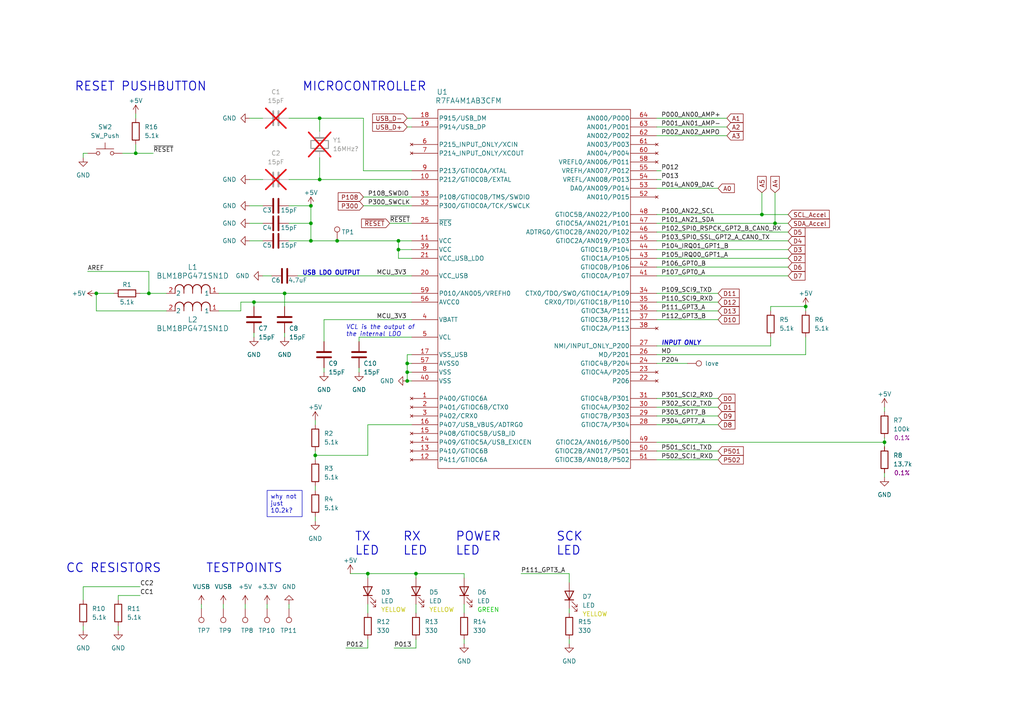
<source format=kicad_sch>
(kicad_sch (version 20230121) (generator eeschema)
  (paper "A4")
  (lib_symbols
    (symbol "BLM18PG471SN1D:BLM18PG471SN1D" (pin_names (offset 0.254))
      (property "Reference" "L" (at 6.985 5.08 0))
      (property "Value" "BLM18PG471SN1D" (at 6.985 -2.54 0))
      (symbol "BLM18PG471SN1D_1_1"
        (polyline (pts (xy 2.54 0) (xy 2.54 1.27)) (stroke (width 0.2032)))
        (polyline (pts (xy 5.08 0) (xy 5.08 1.27)) (stroke (width 0.2032)))
        (polyline (pts (xy 7.62 0) (xy 7.62 1.27)) (stroke (width 0.2032)))
        (polyline (pts (xy 10.16 0) (xy 10.16 1.27)) (stroke (width 0.2032)))
        (polyline (pts (xy 12.7 0) (xy 12.7 1.27)) (stroke (width 0.2032)))
        (arc (start 5.08 1.27) (mid 3.81 2.5345) (end 2.54 1.27) (stroke (width 0.254)))
        (arc (start 7.62 1.27) (mid 6.35 2.5345) (end 5.08 1.27) (stroke (width 0.254)))
        (arc (start 10.16 1.27) (mid 8.89 2.5345) (end 7.62 1.27) (stroke (width 0.254)))
        (arc (start 12.7 1.27) (mid 11.43 2.5345) (end 10.16 1.27) (stroke (width 0.254)))
        (pin unspecified line (at 15.24 0 180) (length 2.54) (name "1") (number "1"))
        (pin unspecified line (at 0 0 0) (length 2.54) (name "2") (number "2"))
      )
      (symbol "BLM18PG471SN1D_1_2"
        (arc (start -1.27 5.08) (mid -2.5345 3.81) (end -1.27 2.54) (stroke (width 0.254)))
        (arc (start -1.27 7.62) (mid -2.5345 6.35) (end -1.27 5.08) (stroke (width 0.254)))
        (arc (start -1.27 10.16) (mid -2.5345 8.89) (end -1.27 7.62) (stroke (width 0.254)))
        (arc (start -1.27 12.7) (mid -2.5345 11.43) (end -1.27 10.16) (stroke (width 0.254)))
        (polyline (pts (xy 0 2.54) (xy -1.27 2.54)) (stroke (width 0.2032)))
        (polyline (pts (xy 0 5.08) (xy -1.27 5.08)) (stroke (width 0.2032)))
        (polyline (pts (xy 0 7.62) (xy -1.27 7.62)) (stroke (width 0.2032)))
        (polyline (pts (xy 0 10.16) (xy -1.27 10.16)) (stroke (width 0.2032)))
        (polyline (pts (xy 0 12.7) (xy -1.27 12.7)) (stroke (width 0.2032)))
        (pin unspecified line (at 0 15.24 270) (length 2.54) (name "1") (number "1"))
        (pin unspecified line (at 0 0 90) (length 2.54) (name "2") (number "2"))
      )
    )
    (symbol "Connector:TestPoint" (pin_numbers hide) (pin_names (offset 0.762) hide)
      (property "Reference" "TP" (at 0 6.858 0))
      (property "Value" "TestPoint" (at 0 5.08 0))
      (symbol "TestPoint_0_1"
        (circle (center 0 3.302) (radius 0.762))
      )
      (symbol "TestPoint_1_1"
        (pin passive line (at 0 0 90) (length 2.54) (name "1") (number "1"))
      )
    )
    (symbol "Device:C" (pin_numbers hide) (pin_names (offset 0.254))
      (property "Reference" "C" (at 0.635 2.54 0))
      (property "Value" "C" (at 0.635 -2.54 0))
      (symbol "C_0_1"
        (polyline (pts (xy -2.032 -0.762) (xy 2.032 -0.762)) (stroke (width 0.508)))
        (polyline (pts (xy -2.032 0.762) (xy 2.032 0.762)) (stroke (width 0.508)))
      )
      (symbol "C_1_1"
        (pin passive line (at 0 3.81 270) (length 2.794) (name "~") (number "1"))
        (pin passive line (at 0 -3.81 90) (length 2.794) (name "~") (number "2"))
      )
    )
    (symbol "Device:Crystal" (pin_numbers hide) (pin_names (offset 1.016) hide)
      (property "Reference" "Y" (at 0 3.81 0))
      (property "Value" "Crystal" (at 0 -3.81 0))
      (symbol "Crystal_0_1"
        (rectangle (start -1.143 2.54) (end 1.143 -2.54) (stroke (width 0.3048)))
        (polyline (pts (xy -2.54 0) (xy -1.905 0)))
        (polyline (pts (xy -1.905 -1.27) (xy -1.905 1.27)) (stroke (width 0.508)))
        (polyline (pts (xy 1.905 -1.27) (xy 1.905 1.27)) (stroke (width 0.508)))
        (polyline (pts (xy 2.54 0) (xy 1.905 0)))
      )
      (symbol "Crystal_1_1"
        (pin passive line (at -3.81 0 0) (length 1.27) (name "1") (number "1"))
        (pin passive line (at 3.81 0 180) (length 1.27) (name "2") (number "2"))
      )
    )
    (symbol "Device:LED" (pin_numbers hide) (pin_names (offset 1.016) hide)
      (property "Reference" "D" (at 0 2.54 0))
      (property "Value" "LED" (at 0 -2.54 0))
      (symbol "LED_0_1"
        (polyline (pts (xy -1.27 -1.27) (xy -1.27 1.27)) (stroke (width 0.254)))
        (polyline (pts (xy -1.27 0) (xy 1.27 0)))
        (polyline (pts (xy 1.27 -1.27) (xy 1.27 1.27) (xy -1.27 0) (xy 1.27 -1.27)) (stroke (width 0.254)))
        (polyline (pts (xy -3.048 -0.762) (xy -4.572 -2.286) (xy -3.81 -2.286) (xy -4.572 -2.286) (xy -4.572 -1.524)))
        (polyline (pts (xy -1.778 -0.762) (xy -3.302 -2.286) (xy -2.54 -2.286) (xy -3.302 -2.286) (xy -3.302 -1.524)))
      )
      (symbol "LED_1_1"
        (pin passive line (at -3.81 0 0) (length 2.54) (name "K") (number "1"))
        (pin passive line (at 3.81 0 180) (length 2.54) (name "A") (number "2"))
      )
    )
    (symbol "Device:R" (pin_numbers hide) (pin_names (offset 0))
      (property "Reference" "R" (at 2.032 0 90))
      (property "Value" "R" (at 0 0 90))
      (symbol "R_0_1"
        (rectangle (start -1.016 -2.54) (end 1.016 2.54) (stroke (width 0.254)))
      )
      (symbol "R_1_1"
        (pin passive line (at 0 3.81 270) (length 1.27) (name "~") (number "1"))
        (pin passive line (at 0 -3.81 90) (length 1.27) (name "~") (number "2"))
      )
    )
    (symbol "R7FA4M1AB3CFM:R7FA4M1AB3CFM" (pin_names (offset 0.254))
      (property "Reference" "U1" (at -25.4 -17.78 0))
      (property "Value" "R7FA4M1AB3CFM" (at -17.78 -20.32 0))
      (symbol "R7FA4M1AB3CFM_0_0"
        (text_box private "VCL is used as an output in arduino uno r4 schematic, but is listed as INPUT/OUTPUT in renesas datasheet" (at 5.08 -129.54 0) (size 22.86 -20.32) (effects (font (size 1.27 1.27)) (justify left top)))
      )
      (symbol "R7FA4M1AB3CFM_0_1"
        (pin power_in line (at -34.29 -60.96 0) (length 7.62) (name "VCC") (number "11"))
        (pin power_in line (at -34.29 -93.98 0) (length 7.62) (name "VSS_USB") (number "17"))
        (pin bidirectional line (at -34.29 -25.4 0) (length 7.62) (name "P915/USB_DM") (number "18"))
        (pin bidirectional line (at -34.29 -27.94 0) (length 7.62) (name "P914/USB_DP") (number "19"))
        (pin power_in line (at -34.29 -71.12 0) (length 7.62) (name "VCC_USB") (number "20"))
        (pin power_in line (at -34.29 -66.04 0) (length 7.62) (name "VCC_USB_LDO") (number "21"))
        (pin power_in line (at -34.29 -83.82 0) (length 7.62) (name "VBATT") (number "4"))
        (pin power_out line (at -34.29 -88.9 0) (length 7.62) (name "VCL") (number "5"))
        (pin power_in line (at -34.29 -99.06 0) (length 7.62) (name "VSS") (number "8"))
      )
      (symbol "R7FA4M1AB3CFM_1_1"
        (rectangle (start -26.67 -22.86) (end 29.21 -127))
        (pin no_connect line (at -34.29 -106.68 0) (length 7.62) (name "P400/GTIOC6A") (number "1"))
        (pin bidirectional line (at -34.29 -43.18 0) (length 7.62) (name "P212/GTIOC0B/EXTAL") (number "10"))
        (pin no_connect line (at -34.29 -124.46 0) (length 7.62) (name "P411/GTIOC6A") (number "12"))
        (pin no_connect line (at -34.29 -121.92 0) (length 7.62) (name "P410/GTIOC6B") (number "13"))
        (pin no_connect line (at -34.29 -119.38 0) (length 7.62) (name "P409/GTIOC5A/USB_EXICEN") (number "14"))
        (pin no_connect line (at -34.29 -116.84 0) (length 7.62) (name "P408/GTIOC5B/USB_ID") (number "15"))
        (pin bidirectional line (at -34.29 -114.3 0) (length 7.62) (name "P407/USB_VBUS/ADTRG0") (number "16"))
        (pin no_connect line (at -34.29 -109.22 0) (length 7.62) (name "P401/GTIOC6B/CTX0") (number "2"))
        (pin no_connect line (at 36.83 -101.6 180) (length 7.62) (name "P206") (number "22"))
        (pin no_connect line (at 36.83 -99.06 180) (length 7.62) (name "GTIOC4A/P205") (number "23"))
        (pin bidirectional line (at 36.83 -96.52 180) (length 7.62) (name "GTIOC4B/P204") (number "24"))
        (pin input line (at -34.29 -55.88 0) (length 7.62) (name "~{RES}") (number "25"))
        (pin bidirectional line (at 36.83 -93.98 180) (length 7.62) (name "MD/P201") (number "26"))
        (pin input line (at 36.83 -91.44 180) (length 7.62) (name "NMI/INPUT_ONLY_P200") (number "27"))
        (pin bidirectional line (at 36.83 -114.3 180) (length 7.62) (name "GTIOC7A/P304") (number "28"))
        (pin bidirectional line (at 36.83 -111.76 180) (length 7.62) (name "GTIOC7B/P303") (number "29"))
        (pin no_connect line (at -34.29 -111.76 0) (length 7.62) (name "P402/CRX0") (number "3"))
        (pin bidirectional line (at 36.83 -109.22 180) (length 7.62) (name "GTIOC4A/P302") (number "30"))
        (pin bidirectional line (at 36.83 -106.68 180) (length 7.62) (name "GTIOC4B/P301") (number "31"))
        (pin bidirectional line (at -34.29 -50.8 0) (length 7.62) (name "P300/GTIOC0A/TCK/SWCLK") (number "32"))
        (pin bidirectional line (at -34.29 -48.26 0) (length 7.62) (name "P108/GTIOC0B/TMS/SWDIO") (number "33"))
        (pin bidirectional line (at 36.83 -76.2 180) (length 7.62) (name "CTX0/TDO/SWO/GTIOC1A/P109") (number "34"))
        (pin bidirectional line (at 36.83 -78.74 180) (length 7.62) (name "CRX0/TDI/GTIOC1B/P110") (number "35"))
        (pin bidirectional line (at 36.83 -81.28 180) (length 7.62) (name "GTIOC3A/P111") (number "36"))
        (pin bidirectional line (at 36.83 -83.82 180) (length 7.62) (name "GTIOC3B/P112") (number "37"))
        (pin no_connect line (at 36.83 -86.36 180) (length 7.62) (name "GTIOC2A/P113") (number "38"))
        (pin power_in line (at -34.29 -63.5 0) (length 7.62) (name "VCC") (number "39"))
        (pin power_in line (at -34.29 -101.6 0) (length 7.62) (name "VSS") (number "40"))
        (pin bidirectional line (at 36.83 -71.12 180) (length 7.62) (name "GTIOC0A/P107") (number "41"))
        (pin bidirectional line (at 36.83 -68.58 180) (length 7.62) (name "GTIOC0B/P106") (number "42"))
        (pin bidirectional line (at 36.83 -66.04 180) (length 7.62) (name "GTIOC1A/P105") (number "43"))
        (pin bidirectional line (at 36.83 -63.5 180) (length 7.62) (name "GTIOC1B/P104") (number "44"))
        (pin bidirectional line (at 36.83 -60.96 180) (length 7.62) (name "GTIOC2A/AN019/P103") (number "45"))
        (pin bidirectional line (at 36.83 -58.42 180) (length 7.62) (name "ADTRG0/GTIOC2B/AN020/P102") (number "46"))
        (pin bidirectional line (at 36.83 -55.88 180) (length 7.62) (name "GTIOC5A/AN021/P101") (number "47"))
        (pin bidirectional line (at 36.83 -53.34 180) (length 7.62) (name "GTIOC5B/AN022/P100") (number "48"))
        (pin bidirectional line (at 36.83 -119.38 180) (length 7.62) (name "GTIOC2A/AN016/P500") (number "49"))
        (pin bidirectional line (at 36.83 -121.92 180) (length 7.62) (name "GTIOC2B/AN017/P501") (number "50"))
        (pin bidirectional line (at 36.83 -124.46 180) (length 7.62) (name "GTIOC3B/AN018/P502") (number "51"))
        (pin no_connect line (at 36.83 -48.26 180) (length 7.62) (name "AN010/P015") (number "52"))
        (pin bidirectional line (at 36.83 -45.72 180) (length 7.62) (name "DA0/AN009/P014") (number "53"))
        (pin bidirectional line (at 36.83 -43.18 180) (length 7.62) (name "VREFL/AN008/P013") (number "54"))
        (pin bidirectional line (at 36.83 -40.64 180) (length 7.62) (name "VREFH/AN007/P012") (number "55"))
        (pin power_in line (at -34.29 -78.74 0) (length 7.62) (name "AVCC0") (number "56"))
        (pin power_in line (at -34.29 -96.52 0) (length 7.62) (name "AVSS0") (number "57"))
        (pin no_connect line (at 36.83 -38.1 180) (length 7.62) (name "VREFL0/AN006/P011") (number "58"))
        (pin bidirectional line (at -34.29 -76.2 0) (length 7.62) (name "P010/AN005/VREFH0") (number "59"))
        (pin no_connect line (at -34.29 -33.02 0) (length 7.62) (name "P215_INPUT_ONLY/XCIN") (number "6"))
        (pin no_connect line (at 36.83 -35.56 180) (length 7.62) (name "AN004/P004") (number "60"))
        (pin no_connect line (at 36.83 -33.02 180) (length 7.62) (name "AN003/P003") (number "61"))
        (pin bidirectional line (at 36.83 -30.48 180) (length 7.62) (name "AN002/P002") (number "62"))
        (pin bidirectional line (at 36.83 -27.94 180) (length 7.62) (name "AN001/P001") (number "63"))
        (pin bidirectional line (at 36.83 -25.4 180) (length 7.62) (name "AN000/P000") (number "64"))
        (pin no_connect line (at -34.29 -35.56 0) (length 7.62) (name "P214_INPUT_ONLY/XCOUT") (number "7"))
        (pin bidirectional line (at -34.29 -40.64 0) (length 7.62) (name "P213/GTIOC0A/XTAL") (number "9"))
      )
    )
    (symbol "Switch:SW_Push" (pin_numbers hide) (pin_names (offset 1.016) hide)
      (property "Reference" "SW" (at 1.27 2.54 0))
      (property "Value" "SW_Push" (at 0 -1.524 0))
      (symbol "SW_Push_0_1"
        (circle (center -2.032 0) (radius 0.508))
        (polyline (pts (xy 0 1.27) (xy 0 3.048)))
        (polyline (pts (xy 2.54 1.27) (xy -2.54 1.27)))
        (circle (center 2.032 0) (radius 0.508))
        (pin passive line (at -5.08 0 0) (length 2.54) (name "1") (number "1"))
        (pin passive line (at 5.08 0 180) (length 2.54) (name "2") (number "2"))
      )
    )
    (symbol "VIN:VIN" (power) (in_bom no) (on_board no)
      (property "Value" "VIN" (at 6.35 -1.27 0))
      (symbol "VIN_0_1"
        (polyline (pts (xy 5.588 -5.08) (xy 6.35 -3.81)))
        (polyline (pts (xy 6.35 -6.35) (xy 6.35 -3.81)))
        (polyline (pts (xy 6.35 -3.81) (xy 7.112 -5.08)))
      )
      (symbol "VIN_1_1"
        (pin power_in line (at 6.35 -6.35 90) (length 0) hide (name "VUSB") (number "1"))
      )
    )
    (symbol "VUSB:VUSB" (power) (in_bom no) (on_board no)
      (property "Value" "VUSB" (at 6.35 -1.27 0))
      (symbol "VUSB_0_1"
        (polyline (pts (xy 5.588 -5.08) (xy 6.35 -3.81)))
        (polyline (pts (xy 6.35 -6.35) (xy 6.35 -3.81)))
        (polyline (pts (xy 6.35 -3.81) (xy 7.112 -5.08)))
      )
      (symbol "VUSB_1_1"
        (pin power_in line (at 6.35 -6.35 90) (length 0) hide (name "VUSB") (number "1"))
      )
    )
    (symbol "power:+3.3V" (power) (pin_names (offset 0))
      (property "Value" "+3.3V" (at 0 3.556 0))
      (symbol "+3.3V_0_1"
        (polyline (pts (xy -0.762 1.27) (xy 0 2.54)))
        (polyline (pts (xy 0 0) (xy 0 2.54)))
        (polyline (pts (xy 0 2.54) (xy 0.762 1.27)))
      )
      (symbol "+3.3V_1_1"
        (pin power_in line (at 0 0 90) (length 0) hide (name "+3.3V") (number "1"))
      )
    )
    (symbol "power:+5V" (power) (pin_names (offset 0))
      (property "Value" "+5V" (at 0 3.556 0))
      (symbol "+5V_0_1"
        (polyline (pts (xy -0.762 1.27) (xy 0 2.54)))
        (polyline (pts (xy 0 0) (xy 0 2.54)))
        (polyline (pts (xy 0 2.54) (xy 0.762 1.27)))
      )
      (symbol "+5V_1_1"
        (pin power_in line (at 0 0 90) (length 0) hide (name "+5V") (number "1"))
      )
    )
    (symbol "power:GND" (power) (pin_names (offset 0))
      (property "Value" "GND" (at 0 -3.81 0))
      (symbol "GND_0_1"
        (polyline (pts (xy 0 0) (xy 0 -1.27) (xy 1.27 -1.27) (xy 0 -2.54) (xy -1.27 -1.27) (xy 0 -1.27)))
      )
      (symbol "GND_1_1"
        (pin power_in line (at 0 0 270) (length 0) hide (name "GND") (number "1"))
      )
    )
  )
  (junction (at 115.57 72.39))
  (junction (at 224.79 64.77))
  (junction (at 82.55 85.09))
  (junction (at 73.66 87.63))
  (junction (at 90.17 64.77))
  (junction (at 27.94 85.09))
  (junction (at 118.11 110.49))
  (junction (at 90.17 59.69))
  (junction (at 220.98 62.23))
  (junction (at 118.11 107.95))
  (junction (at 92.71 52.07))
  (junction (at 120.65 166.37))
  (junction (at 90.17 69.85))
  (junction (at 233.68 88.9))
  (junction (at 106.68 166.37))
  (junction (at 118.11 105.41))
  (junction (at 39.37 44.45))
  (junction (at 97.79 69.85))
  (junction (at 91.44 132.08))
  (junction (at 43.18 85.09))
  (junction (at 115.57 69.85))
  (junction (at 92.71 34.29))
  (junction (at 256.54 128.27))
  (wire (pts (xy 190.5 54.61) (xy 208.28 54.61)))
  (wire (pts (xy 190.5 49.53) (xy 191.77 49.53)))
  (wire (pts (xy 106.68 175.26) (xy 106.68 177.8)))
  (wire (pts (xy 106.68 185.42) (xy 106.68 187.96)))
  (wire (pts (xy 190.5 62.23) (xy 220.98 62.23)))
  (wire (pts (xy 190.5 77.47) (xy 228.6 77.47)))
  (wire (pts (xy 190.5 87.63) (xy 208.28 87.63)))
  (wire (pts (xy 118.11 107.95) (xy 119.38 107.95)))
  (wire (pts (xy 118.11 34.29) (xy 119.38 34.29)))
  (wire (pts (xy 105.41 59.69) (xy 119.38 59.69)))
  (wire (pts (xy 91.44 133.35) (xy 91.44 132.08)))
  (wire (pts (xy 71.12 175.26) (xy 71.12 176.53)))
  (wire (pts (xy 190.5 120.65) (xy 208.28 120.65)))
  (wire (pts (xy 92.71 38.1) (xy 92.71 34.29)))
  (wire (pts (xy 119.38 87.63) (xy 73.66 87.63)))
  (wire (pts (xy 190.5 36.83) (xy 210.82 36.83)))
  (wire (pts (xy 93.98 92.71) (xy 93.98 99.06)))
  (wire (pts (xy 27.94 85.09) (xy 33.02 85.09)))
  (wire (pts (xy 39.37 41.91) (xy 39.37 44.45)))
  (wire (pts (xy 73.66 87.63) (xy 69.85 87.63)))
  (wire (pts (xy 118.11 36.83) (xy 119.38 36.83)))
  (wire (pts (xy 190.5 69.85) (xy 228.6 69.85)))
  (wire (pts (xy 190.5 100.33) (xy 223.52 100.33)))
  (wire (pts (xy 190.5 115.57) (xy 208.28 115.57)))
  (wire (pts (xy 82.55 85.09) (xy 119.38 85.09)))
  (wire (pts (xy 256.54 137.16) (xy 256.54 138.43)))
  (wire (pts (xy 106.68 166.37) (xy 120.65 166.37)))
  (wire (pts (xy 82.55 88.9) (xy 82.55 85.09)))
  (wire (pts (xy 190.5 133.35) (xy 208.28 133.35)))
  (wire (pts (xy 40.64 85.09) (xy 43.18 85.09)))
  (wire (pts (xy 97.79 69.85) (xy 115.57 69.85)))
  (wire (pts (xy 76.2 80.01) (xy 78.74 80.01)))
  (wire (pts (xy 190.5 118.11) (xy 208.28 118.11)))
  (wire (pts (xy 34.29 181.61) (xy 34.29 182.88)))
  (wire (pts (xy 118.11 105.41) (xy 119.38 105.41)))
  (wire (pts (xy 224.79 55.88) (xy 224.79 64.77)))
  (wire (pts (xy 115.57 69.85) (xy 115.57 72.39)))
  (wire (pts (xy 24.13 173.99) (xy 24.13 170.18)))
  (wire (pts (xy 77.47 175.26) (xy 77.47 176.53)))
  (wire (pts (xy 118.11 110.49) (xy 119.38 110.49)))
  (wire (pts (xy 120.65 166.37) (xy 134.62 166.37)))
  (wire (pts (xy 119.38 69.85) (xy 115.57 69.85)))
  (wire (pts (xy 190.5 52.07) (xy 191.77 52.07)))
  (wire (pts (xy 115.57 74.93) (xy 119.38 74.93)))
  (wire (pts (xy 43.18 85.09) (xy 43.18 78.74)))
  (wire (pts (xy 72.39 52.07) (xy 76.2 52.07)))
  (wire (pts (xy 190.5 34.29) (xy 210.82 34.29)))
  (wire (pts (xy 233.68 88.9) (xy 233.68 90.17)))
  (wire (pts (xy 256.54 128.27) (xy 256.54 129.54)))
  (wire (pts (xy 104.14 99.06) (xy 104.14 97.79)))
  (wire (pts (xy 24.13 181.61) (xy 24.13 182.88)))
  (wire (pts (xy 190.5 130.81) (xy 208.28 130.81)))
  (wire (pts (xy 90.17 64.77) (xy 90.17 69.85)))
  (wire (pts (xy 119.38 102.87) (xy 118.11 102.87)))
  (wire (pts (xy 190.5 90.17) (xy 208.28 90.17)))
  (wire (pts (xy 58.42 175.26) (xy 58.42 176.53)))
  (wire (pts (xy 115.57 72.39) (xy 115.57 74.93)))
  (wire (pts (xy 256.54 118.11) (xy 256.54 119.38)))
  (wire (pts (xy 100.33 187.96) (xy 106.68 187.96)))
  (wire (pts (xy 190.5 105.41) (xy 199.39 105.41)))
  (wire (pts (xy 190.5 74.93) (xy 228.6 74.93)))
  (wire (pts (xy 118.11 105.41) (xy 118.11 107.95)))
  (wire (pts (xy 83.82 69.85) (xy 90.17 69.85)))
  (wire (pts (xy 90.17 69.85) (xy 97.79 69.85)))
  (wire (pts (xy 91.44 140.97) (xy 91.44 142.24)))
  (wire (pts (xy 73.66 88.9) (xy 73.66 87.63)))
  (wire (pts (xy 39.37 44.45) (xy 44.45 44.45)))
  (wire (pts (xy 190.5 85.09) (xy 208.28 85.09)))
  (wire (pts (xy 190.5 128.27) (xy 256.54 128.27)))
  (wire (pts (xy 64.77 175.26) (xy 64.77 176.53)))
  (wire (pts (xy 104.14 106.68) (xy 104.14 107.95)))
  (wire (pts (xy 69.85 87.63) (xy 69.85 90.17)))
  (wire (pts (xy 223.52 90.17) (xy 223.52 88.9)))
  (wire (pts (xy 86.36 80.01) (xy 119.38 80.01)))
  (wire (pts (xy 92.71 52.07) (xy 119.38 52.07)))
  (wire (pts (xy 91.44 132.08) (xy 106.68 132.08)))
  (wire (pts (xy 165.1 176.53) (xy 165.1 177.8)))
  (wire (pts (xy 83.82 59.69) (xy 90.17 59.69)))
  (wire (pts (xy 220.98 62.23) (xy 228.6 62.23)))
  (wire (pts (xy 106.68 167.64) (xy 106.68 166.37)))
  (wire (pts (xy 190.5 102.87) (xy 233.68 102.87)))
  (wire (pts (xy 83.82 64.77) (xy 90.17 64.77)))
  (wire (pts (xy 63.5 85.09) (xy 82.55 85.09)))
  (wire (pts (xy 25.4 78.74) (xy 43.18 78.74)))
  (wire (pts (xy 83.82 34.29) (xy 92.71 34.29)))
  (wire (pts (xy 118.11 102.87) (xy 118.11 105.41)))
  (wire (pts (xy 93.98 106.68) (xy 93.98 107.95)))
  (wire (pts (xy 165.1 185.42) (xy 165.1 186.69)))
  (wire (pts (xy 233.68 102.87) (xy 233.68 97.79)))
  (wire (pts (xy 106.68 132.08) (xy 106.68 123.19)))
  (wire (pts (xy 25.4 44.45) (xy 24.13 44.45)))
  (wire (pts (xy 82.55 96.52) (xy 82.55 97.79)))
  (wire (pts (xy 104.14 97.79) (xy 119.38 97.79)))
  (wire (pts (xy 83.82 175.26) (xy 83.82 176.53)))
  (wire (pts (xy 223.52 100.33) (xy 223.52 97.79)))
  (wire (pts (xy 48.26 90.17) (xy 27.94 90.17)))
  (wire (pts (xy 91.44 121.92) (xy 91.44 123.19)))
  (wire (pts (xy 256.54 127) (xy 256.54 128.27)))
  (wire (pts (xy 118.11 107.95) (xy 118.11 110.49)))
  (wire (pts (xy 91.44 149.86) (xy 91.44 151.13)))
  (wire (pts (xy 119.38 49.53) (xy 105.41 49.53)))
  (wire (pts (xy 101.6 166.37) (xy 106.68 166.37)))
  (wire (pts (xy 190.5 72.39) (xy 228.6 72.39)))
  (wire (pts (xy 190.5 92.71) (xy 208.28 92.71)))
  (wire (pts (xy 165.1 168.91) (xy 165.1 166.37)))
  (wire (pts (xy 73.66 96.52) (xy 73.66 97.79)))
  (wire (pts (xy 105.41 57.15) (xy 119.38 57.15)))
  (wire (pts (xy 43.18 85.09) (xy 48.26 85.09)))
  (wire (pts (xy 91.44 130.81) (xy 91.44 132.08)))
  (wire (pts (xy 114.3 187.96) (xy 120.65 187.96)))
  (wire (pts (xy 190.5 80.01) (xy 228.6 80.01)))
  (wire (pts (xy 34.29 173.99) (xy 34.29 172.72)))
  (wire (pts (xy 105.41 49.53) (xy 105.41 34.29)))
  (wire (pts (xy 190.5 39.37) (xy 210.82 39.37)))
  (wire (pts (xy 120.65 185.42) (xy 120.65 187.96)))
  (wire (pts (xy 24.13 44.45) (xy 24.13 45.72)))
  (wire (pts (xy 224.79 64.77) (xy 228.6 64.77)))
  (wire (pts (xy 39.37 44.45) (xy 35.56 44.45)))
  (wire (pts (xy 120.65 175.26) (xy 120.65 177.8)))
  (wire (pts (xy 115.57 72.39) (xy 119.38 72.39)))
  (wire (pts (xy 90.17 59.69) (xy 90.17 64.77)))
  (wire (pts (xy 92.71 34.29) (xy 105.41 34.29)))
  (wire (pts (xy 34.29 172.72) (xy 40.64 172.72)))
  (wire (pts (xy 190.5 123.19) (xy 208.28 123.19)))
  (wire (pts (xy 134.62 185.42) (xy 134.62 186.69)))
  (wire (pts (xy 134.62 166.37) (xy 134.62 167.64)))
  (wire (pts (xy 223.52 88.9) (xy 233.68 88.9)))
  (wire (pts (xy 83.82 52.07) (xy 92.71 52.07)))
  (wire (pts (xy 190.5 67.31) (xy 228.6 67.31)))
  (wire (pts (xy 27.94 90.17) (xy 27.94 85.09)))
  (wire (pts (xy 120.65 166.37) (xy 120.65 167.64)))
  (wire (pts (xy 69.85 90.17) (xy 63.5 90.17)))
  (wire (pts (xy 113.03 64.77) (xy 119.38 64.77)))
  (wire (pts (xy 134.62 175.26) (xy 134.62 177.8)))
  (wire (pts (xy 151.13 166.37) (xy 165.1 166.37)))
  (wire (pts (xy 190.5 64.77) (xy 224.79 64.77)))
  (wire (pts (xy 93.98 92.71) (xy 119.38 92.71)))
  (wire (pts (xy 72.39 64.77) (xy 76.2 64.77)))
  (wire (pts (xy 24.13 170.18) (xy 40.64 170.18)))
  (wire (pts (xy 106.68 123.19) (xy 119.38 123.19)))
  (wire (pts (xy 72.39 34.29) (xy 76.2 34.29)))
  (wire (pts (xy 92.71 45.72) (xy 92.71 52.07)))
  (wire (pts (xy 72.39 59.69) (xy 76.2 59.69)))
  (wire (pts (xy 220.98 55.88) (xy 220.98 62.23)))
  (wire (pts (xy 39.37 33.02) (xy 39.37 34.29)))
  (wire (pts (xy 72.39 69.85) (xy 76.2 69.85)))
  (text_box "why not just 10.2k?\n" (at 77.47 142.24 0) (size 10.16 7.62) (effects (font (size 1.27 1.27)) (justify left top)))
  (text "YELLOW" (at 168.91 179.07 0) (effects (font (size 1.27 1.27)) (justify left bottom)))
  (text "TX\nLED" (at 102.87 161.29 0) (effects (font (size 2.54 2.54) (thickness 0.254) bold) (justify left bottom)))
  (text "VCL is the output of \nthe internal LDO" (at 100.33 97.79 0) (effects (font (size 1.27 1.27) italic) (justify left bottom)))
  (text "YELLOW" (at 110.49 177.8 0) (effects (font (size 1.27 1.27)) (justify left bottom)))
  (text "GREEN" (at 138.43 177.8 0) (effects (font (size 1.27 1.27)) (justify left bottom)))
  (text "RESET PUSHBUTTON" (at 21.59 26.67 0) (effects (font (size 2.54 2.54) (thickness 0.254) bold) (justify left bottom)))
  (text "POWER\nLED" (at 132.08 161.29 0) (effects (font (size 2.54 2.54) (thickness 0.254) bold) (justify left bottom)))
  (text "YELLOW" (at 124.46 177.8 0) (effects (font (size 1.27 1.27)) (justify left bottom)))
  (text "SCK\nLED" (at 161.29 161.29 0) (effects (font (size 2.54 2.54) (thickness 0.254) bold) (justify left bottom)))
  (text "USB LDO OUTPUT\n" (at 87.63 80.01 0) (effects (font (size 1.27 1.27) (thickness 0.254) bold) (justify left bottom)))
  (text "RX\nLED" (at 116.84 161.29 0) (effects (font (size 2.54 2.54) (thickness 0.254) bold) (justify left bottom)))
  (text "TESTPOINTS" (at 59.69 166.37 0) (effects (font (size 2.54 2.54) (thickness 0.254) bold) (justify left bottom)))
  (text "MICROCONTROLLER" (at 87.63 26.67 0) (effects (font (size 2.54 2.54) (thickness 0.254) bold) (justify left bottom)))
  (text "INPUT ONLY" (at 191.77 100.33 0) (effects (font (size 1.27 1.27) (thickness 0.254) bold italic) (justify left bottom)))
  (text "CC RESISTORS" (at 19.05 166.37 0) (effects (font (size 2.54 2.54) (thickness 0.254) bold) (justify left bottom)))
  (label "P012" (at 100.33 187.96 0))
  (label "P012" (at 191.77 49.53 0))
  (label "P000_AN00_AMP+" (at 191.77 34.29 0))
  (label "P109_SCI9_TXD" (at 191.77 85.09 0))
  (label "P304_GPT7_A" (at 191.77 123.19 0))
  (label "P301_SCI2_RXD" (at 191.77 115.57 0))
  (label "P111_GPT3_A" (at 191.77 90.17 0))
  (label "P502_SCI1_RXD" (at 191.77 133.35 0))
  (label "CC1" (at 40.64 172.72 0))
  (label "~{RESET}" (at 113.03 64.77 0))
  (label "P302_SCI2_TXD" (at 191.77 118.11 0))
  (label "P013" (at 114.3 187.96 0))
  (label "P100_AN22_SCL" (at 191.77 62.23 0))
  (label "MCU_3V3" (at 109.22 92.71 0))
  (label "~{RESET}" (at 44.45 44.45 0))
  (label "P105_IRQ00_GPT1_A" (at 191.77 74.93 0))
  (label "AREF" (at 25.4 78.74 0))
  (label "P104_IRQ01_GPT1_B" (at 191.77 72.39 0))
  (label "P103_SPI0_SSL_GPT2_A_CAN0_TX" (at 191.77 69.85 0))
  (label "P112_GPT3_B" (at 191.77 92.71 0))
  (label "P108_SWDIO" (at 106.68 57.15 0))
  (label "MD" (at 191.77 102.87 0))
  (label "P101_AN21_SDA" (at 191.77 64.77 0))
  (label "P303_GPT7_B" (at 191.77 120.65 0))
  (label "P204" (at 191.77 105.41 0))
  (label "P111_GPT3_A" (at 151.13 166.37 0))
  (label "P106_GPT0_B" (at 191.77 77.47 0))
  (label "P501_SCI1_TXD" (at 191.77 130.81 0))
  (label "P110_SCI9_RXD" (at 191.77 87.63 0))
  (label "P013" (at 191.77 52.07 0))
  (label "P102_SPI0_RSPCK_GPT2_B_CAN0_RX" (at 191.77 67.31 0))
  (label "P107_GPT0_A" (at 191.77 80.01 0))
  (label "CC2" (at 40.64 170.18 0))
  (label "P001_AN01_AMP-" (at 191.77 36.83 0))
  (label "MCU_3V3" (at 109.22 80.01 0))
  (label "P014_AN09_DAC" (at 191.77 54.61 0))
  (label "P002_AN02_AMPO" (at 191.77 39.37 0))
  (label "P300_SWCLK" (at 106.68 59.69 0))
  (global_label "USB_D+" (shape input) (at 118.11 36.83 180) (property "Intersheetrefs" "${INTERSHEET_REFS}" (effects hide)))
  (global_label "D9" (shape input) (at 208.28 120.65 0) (property "Intersheetrefs" "${INTERSHEET_REFS}" (effects hide)))
  (global_label "SDA_Accel" (shape input) (at 228.6 64.77 0) (property "Intersheetrefs" "${INTERSHEET_REFS}" (effects hide)))
  (global_label "A2" (shape input) (at 210.82 36.83 0) (property "Intersheetrefs" "${INTERSHEET_REFS}" (effects hide)))
  (global_label "P108" (shape input) (at 105.41 57.15 180) (property "Intersheetrefs" "${INTERSHEET_REFS}" (effects hide)))
  (global_label "D7" (shape input) (at 228.6 80.01 0) (property "Intersheetrefs" "${INTERSHEET_REFS}" (effects hide)))
  (global_label "~{RESET}" (shape input) (at 113.03 64.77 180) (property "Intersheetrefs" "${INTERSHEET_REFS}" (effects hide)))
  (global_label "D11" (shape input) (at 208.28 85.09 0) (property "Intersheetrefs" "${INTERSHEET_REFS}" (effects hide)))
  (global_label "D2" (shape input) (at 228.6 74.93 0) (property "Intersheetrefs" "${INTERSHEET_REFS}" (effects hide)))
  (global_label "A4" (shape input) (at 224.79 55.88 90) (property "Intersheetrefs" "${INTERSHEET_REFS}" (effects hide)))
  (global_label "SCL_Accel" (shape input) (at 228.6 62.23 0) (property "Intersheetrefs" "${INTERSHEET_REFS}" (effects hide)))
  (global_label "D13" (shape input) (at 208.28 90.17 0) (property "Intersheetrefs" "${INTERSHEET_REFS}" (effects hide)))
  (global_label "D3" (shape input) (at 228.6 72.39 0) (property "Intersheetrefs" "${INTERSHEET_REFS}" (effects hide)))
  (global_label "P501" (shape input) (at 208.28 130.81 0) (property "Intersheetrefs" "${INTERSHEET_REFS}" (effects hide)))
  (global_label "D1" (shape input) (at 208.28 118.11 0) (property "Intersheetrefs" "${INTERSHEET_REFS}" (effects hide)))
  (global_label "D10" (shape input) (at 208.28 92.71 0) (property "Intersheetrefs" "${INTERSHEET_REFS}" (effects hide)))
  (global_label "D5" (shape input) (at 228.6 67.31 0) (property "Intersheetrefs" "${INTERSHEET_REFS}" (effects hide)))
  (global_label "D4" (shape input) (at 228.6 69.85 0) (property "Intersheetrefs" "${INTERSHEET_REFS}" (effects hide)))
  (global_label "D6" (shape input) (at 228.6 77.47 0) (property "Intersheetrefs" "${INTERSHEET_REFS}" (effects hide)))
  (global_label "P300" (shape input) (at 105.41 59.69 180) (property "Intersheetrefs" "${INTERSHEET_REFS}" (effects hide)))
  (global_label "A3" (shape input) (at 210.82 39.37 0) (property "Intersheetrefs" "${INTERSHEET_REFS}" (effects hide)))
  (global_label "A5" (shape input) (at 220.98 55.88 90) (property "Intersheetrefs" "${INTERSHEET_REFS}" (effects hide)))
  (global_label "A0" (shape input) (at 208.28 54.61 0) (property "Intersheetrefs" "${INTERSHEET_REFS}" (effects hide)))
  (global_label "D8" (shape input) (at 208.28 123.19 0) (property "Intersheetrefs" "${INTERSHEET_REFS}" (effects hide)))
  (global_label "D12" (shape input) (at 208.28 87.63 0) (property "Intersheetrefs" "${INTERSHEET_REFS}" (effects hide)))
  (global_label "A1" (shape input) (at 210.82 34.29 0) (property "Intersheetrefs" "${INTERSHEET_REFS}" (effects hide)))
  (global_label "P502" (shape input) (at 208.28 133.35 0) (property "Intersheetrefs" "${INTERSHEET_REFS}" (effects hide)))
  (global_label "D0" (shape input) (at 208.28 115.57 0) (property "Intersheetrefs" "${INTERSHEET_REFS}" (effects hide)))
  (global_label "USB_D-" (shape input) (at 118.11 34.29 180) (property "Intersheetrefs" "${INTERSHEET_REFS}" (effects hide)))
  (symbol (lib_id "power:GND") (at 256.54 138.43 0) (unit 1)
    (property "Reference" "#PWR020" (effects hide))
    (property "Value" "GND" (at 256.54 143.51 0))
    (instances (project "central_hub" (path "" (reference "#PWR020") (unit 1)) (path "" (reference "#PWR030") (unit 1))))
  )
  (symbol (lib_id "power:GND") (at 91.44 151.13 0) (unit 1)
    (property "Reference" "#PWR017" (effects hide))
    (property "Value" "GND" (at 91.44 156.21 0))
    (instances (project "central_hub" (path "" (reference "#PWR017") (unit 1)) (path "" (reference "#PWR021") (unit 1))))
  )
  (symbol (lib_id "power:GND") (at 34.29 182.88 0) (unit 1)
    (property "Reference" "#PWR033" (effects hide))
    (property "Value" "GND" (at 34.29 187.96 0))
    (instances (project "central_hub" (path "" (reference "#PWR033") (unit 1)) (path "" (reference "#PWR04") (unit 1))))
  )
  (symbol (lib_id "Device:R") (at 106.68 181.61 0) (unit 1)
    (property "Reference" "R12" (at 109.22 180.34 0) (effects (justify left)))
    (property "Value" "330" (at 109.22 182.88 0) (effects (justify left)))
    (property "Footprint" "Resistor_SMD:R_0603_1608Metric" (effects hide))
    (instances (project "central_hub" (path "" (reference "R12") (unit 1)) (path "" (reference "R8") (unit 1))))
  )
  (symbol (lib_id "Device:C") (at 93.98 102.87 180) (unit 1)
    (property "Reference" "C9" (at 95.25 105.41 0) (effects (justify right)))
    (property "Value" "15pF" (at 95.25 107.95 0) (effects (justify right)))
    (property "Footprint" "Capacitor_SMD:C_0603_1608Metric" (effects hide))
  )
  (symbol (lib_id "Device:C") (at 80.01 64.77 90) (unit 1)
    (property "Reference" "C4" (at 77.47 66.04 90))
    (property "Value" "15pF" (at 83.82 66.04 90))
    (property "Footprint" "Capacitor_SMD:C_0603_1608Metric" (effects hide))
    (instances (project "central_hub" (path "" (reference "C4") (unit 1)) (path "" (reference "C5") (unit 1))))
  )
  (symbol (lib_id "power:GND") (at 72.39 52.07 270) (unit 1)
    (property "Reference" "#PWR02" (effects hide))
    (property "Value" "GND" (at 68.58 52.07 90) (effects (justify right)))
    (instances (project "central_hub" (path "" (reference "#PWR02") (unit 1)) (path "" (reference "#PWR010") (unit 1))))
  )
  (symbol (lib_id "power:+5V") (at 27.94 85.09 90) (unit 1)
    (property "Reference" "#PWR012" (effects hide))
    (property "Value" "+5V" (at 22.86 85.09 90))
    (instances (project "central_hub" (path "" (reference "#PWR012") (unit 1)) (path "" (reference "#PWR03") (unit 1))))
  )
  (symbol (lib_id "Device:C") (at 80.01 34.29 90) (unit 1) (dnp yes)
    (property "Reference" "C1" (at 80.01 26.67 90))
    (property "Value" "15pF" (at 80.01 29.21 90))
    (property "Footprint" "Capacitor_SMD:C_0603_1608Metric" (effects hide))
    (instances (project "central_hub" (path "" (reference "C1") (unit 1)) (path "" (reference "C2") (unit 1))))
  )
  (symbol (lib_id "Device:C") (at 82.55 92.71 180) (unit 1)
    (property "Reference" "C8" (at 83.82 95.25 0) (effects (justify right)))
    (property "Value" "15pF" (at 83.82 97.79 0) (effects (justify right)))
    (property "Footprint" "Capacitor_SMD:C_0603_1608Metric" (effects hide))
  )
  (symbol (lib_id "Device:LED") (at 120.65 171.45 90) (unit 1)
    (property "Reference" "D5" (at 124.46 171.7675 90) (effects (justify right)))
    (property "Value" "LED" (at 124.46 174.3075 90) (effects (justify right)))
    (property "Footprint" "Diode_SMD:D_0603_1608Metric" (effects hide))
    (instances (project "central_hub" (path "" (reference "D5") (unit 1)) (path "" (reference "D2") (unit 1))))
  )
  (symbol (lib_id "Device:R") (at 91.44 137.16 0) (unit 1)
    (property "Reference" "R3" (at 93.98 135.89 0) (effects (justify left)))
    (property "Value" "5.1k" (at 93.98 138.43 0) (effects (justify left)))
    (property "Footprint" "Resistor_SMD:R_0603_1608Metric" (effects hide))
    (instances (project "central_hub" (path "" (reference "R3") (unit 1)) (path "" (reference "R6") (unit 1))))
  )
  (symbol (lib_id "Device:R") (at 24.13 177.8 0) (unit 1)
    (property "Reference" "R10" (at 26.67 176.53 0) (effects (justify left)))
    (property "Value" "5.1k" (at 26.67 179.07 0) (effects (justify left)))
    (property "Footprint" "Resistor_SMD:R_0603_1608Metric" (effects hide))
    (instances (project "central_hub" (path "" (reference "R10") (unit 1)) (path "" (reference "R1") (unit 1))))
  )
  (symbol (lib_id "power:GND") (at 24.13 45.72 0) (unit 1)
    (property "Reference" "#PWR043" (effects hide))
    (property "Value" "GND" (at 24.13 50.8 0))
    (instances (project "central_hub" (path "" (reference "#PWR043") (unit 1)) (path "" (reference "#PWR01") (unit 1))))
  )
  (symbol (lib_id "Device:R") (at 120.65 181.61 0) (unit 1)
    (property "Reference" "R13" (at 123.19 180.34 0) (effects (justify left)))
    (property "Value" "330" (at 123.19 182.88 0) (effects (justify left)))
    (property "Footprint" "Resistor_SMD:R_0603_1608Metric" (effects hide))
    (instances (project "central_hub" (path "" (reference "R13") (unit 1)) (path "" (reference "R9") (unit 1))))
  )
  (symbol (lib_id "power:+5V") (at 90.17 59.69 0) (unit 1)
    (property "Reference" "#PWR06" (effects hide))
    (property "Value" "+5V" (at 90.17 55.88 0))
    (instances (project "central_hub" (path "" (reference "#PWR06") (unit 1)) (path "" (reference "#PWR019") (unit 1))))
  )
  (symbol (lib_id "VIN:VIN") (at 52.07 168.91 0) (unit 1) (in_bom no) (on_board no)
    (property "Reference" "#PWR066" (effects hide))
    (property "Value" "VIN" (at 58.42 170.18 0))
    (instances (project "central_hub" (path "" (reference "#PWR066") (unit 1)) (path "" (reference "#PWR06") (unit 1))))
  )
  (symbol (lib_id "Connector:TestPoint") (at 83.82 176.53 180) (unit 1)
    (property "Reference" "TP11" (at 81.28 182.88 0) (effects (justify right)))
    (property "Value" "TestPoint" (effects hide))
    (property "Footprint" "TestPoint:TestPoint_Pad_D1.0mm" (effects hide))
    (instances (project "central_hub" (path "" (reference "TP11") (unit 1)) (path "" (reference "TP5") (unit 1))))
  )
  (symbol (lib_id "Device:LED") (at 165.1 172.72 90) (unit 1)
    (property "Reference" "D7" (at 168.91 173.0375 90) (effects (justify right)))
    (property "Value" "LED" (at 168.91 175.5775 90) (effects (justify right)))
    (property "Footprint" "Diode_SMD:D_0603_1608Metric" (effects hide))
    (instances (project "central_hub" (path "" (reference "D7") (unit 1)) (path "" (reference "D4") (unit 1))))
  )
  (symbol (lib_id "power:GND") (at 83.82 175.26 180) (unit 1)
    (property "Reference" "#PWR067" (effects hide))
    (property "Value" "GND" (at 83.82 170.18 0))
    (instances (project "central_hub" (path "" (reference "#PWR067") (unit 1)) (path "" (reference "#PWR018") (unit 1))))
  )
  (symbol (lib_id "power:+5V") (at 39.37 33.02 0) (unit 1)
    (property "Reference" "#PWR044" (effects hide))
    (property "Value" "+5V" (at 39.37 29.21 0))
    (instances (project "central_hub" (path "" (reference "#PWR044") (unit 1)) (path "" (reference "#PWR05") (unit 1))))
  )
  (symbol (lib_id "Device:C") (at 80.01 59.69 90) (unit 1)
    (property "Reference" "C3" (at 77.47 60.96 90))
    (property "Value" "15pF" (at 83.82 60.96 90))
    (property "Footprint" "Capacitor_SMD:C_0603_1608Metric" (effects hide))
    (instances (project "central_hub" (path "" (reference "C3") (unit 1)) (path "" (reference "C4") (unit 1))))
  )
  (symbol (lib_id "Device:R") (at 233.68 93.98 0) (unit 1)
    (property "Reference" "R6" (at 236.22 92.71 0) (effects (justify left)))
    (property "Value" "5.1k" (at 236.22 95.25 0) (effects (justify left)))
    (property "Footprint" "Resistor_SMD:R_0603_1608Metric" (effects hide))
    (instances (project "central_hub" (path "" (reference "R6") (unit 1)) (path "" (reference "R13") (unit 1))))
  )
  (symbol (lib_id "R7FA4M1AB3CFM:R7FA4M1AB3CFM") (at 153.67 8.89 0) (unit 1)
    (property "Reference" "U1" (at 128.27 26.67 0) (effects (font (size 1.524 1.524))))
    (property "Value" "R7FA4M1AB3CFM" (at 135.89 29.21 0) (effects (font (size 1.524 1.524))))
    (property "Footprint" "~ALL:PLQP0064KB-C_REN" (effects hide))
    (property "Datasheet" "R7FA4M1AB3CFM" (effects hide))
  )
  (symbol (lib_id "Connector:TestPoint") (at 64.77 176.53 180) (unit 1)
    (property "Reference" "TP9" (at 63.5 182.88 0) (effects (justify right)))
    (property "Value" "TestPoint" (effects hide))
    (property "Footprint" "TestPoint:TestPoint_Pad_D1.0mm" (effects hide))
    (instances (project "central_hub" (path "" (reference "TP9") (unit 1)) (path "" (reference "TP2") (unit 1))))
  )
  (symbol (lib_id "power:GND") (at 134.62 186.69 0) (unit 1)
    (property "Reference" "#PWR038" (effects hide))
    (property "Value" "GND" (at 134.62 191.77 0))
    (instances (project "central_hub" (path "" (reference "#PWR038") (unit 1)) (path "" (reference "#PWR026") (unit 1))))
  )
  (symbol (lib_id "power:GND") (at 72.39 64.77 270) (unit 1)
    (property "Reference" "#PWR04" (effects hide))
    (property "Value" "GND" (at 68.58 64.77 90) (effects (justify right)))
    (instances (project "central_hub" (path "" (reference "#PWR04") (unit 1)) (path "" (reference "#PWR012") (unit 1))))
  )
  (symbol (lib_id "power:GND") (at 165.1 186.69 0) (unit 1)
    (property "Reference" "#PWR040" (effects hide))
    (property "Value" "GND" (at 165.1 191.77 0))
    (instances (project "central_hub" (path "" (reference "#PWR040") (unit 1)) (path "" (reference "#PWR027") (unit 1))))
  )
  (symbol (lib_id "power:GND") (at 72.39 59.69 270) (unit 1)
    (property "Reference" "#PWR03" (effects hide))
    (property "Value" "GND" (at 68.58 59.69 90) (effects (justify right)))
    (instances (project "central_hub" (path "" (reference "#PWR03") (unit 1)) (path "" (reference "#PWR011") (unit 1))))
  )
  (symbol (lib_id "power:+3.3V") (at 77.47 175.26 0) (unit 1)
    (property "Reference" "#PWR065" (effects hide))
    (property "Value" "+3.3V" (at 77.47 170.18 0))
    (instances (project "central_hub" (path "" (reference "#PWR065") (unit 1)) (path "" (reference "#PWR016") (unit 1))))
  )
  (symbol (lib_id "power:+5V") (at 101.6 166.37 0) (unit 1)
    (property "Reference" "#PWR039" (effects hide))
    (property "Value" "+5V" (at 101.6 162.56 0))
    (instances (project "central_hub" (path "" (reference "#PWR039") (unit 1)) (path "" (reference "#PWR023") (unit 1))))
  )
  (symbol (lib_id "power:+5V") (at 256.54 118.11 0) (unit 1)
    (property "Reference" "#PWR019" (effects hide))
    (property "Value" "+5V" (at 256.54 114.3 0))
    (instances (project "central_hub" (path "" (reference "#PWR019") (unit 1)) (path "" (reference "#PWR029") (unit 1))))
  )
  (symbol (lib_id "Connector:TestPoint") (at 77.47 176.53 180) (unit 1)
    (property "Reference" "TP10" (at 74.93 182.88 0) (effects (justify right)))
    (property "Value" "TestPoint" (effects hide))
    (property "Footprint" "TestPoint:TestPoint_Pad_D1.0mm" (effects hide))
    (instances (project "central_hub" (path "" (reference "TP10") (unit 1)) (path "" (reference "TP4") (unit 1))))
  )
  (symbol (lib_id "power:GND") (at 72.39 69.85 270) (unit 1)
    (property "Reference" "#PWR05" (effects hide))
    (property "Value" "GND" (at 68.58 69.85 90) (effects (justify right)))
    (instances (project "central_hub" (path "" (reference "#PWR05") (unit 1)) (path "" (reference "#PWR013") (unit 1))))
  )
  (symbol (lib_id "Device:R") (at 256.54 133.35 0) (unit 1)
    (property "Reference" "R8" (at 259.08 132.08 0) (effects (justify left)))
    (property "Value" "13.7k" (at 259.08 134.62 0) (effects (justify left)))
    (property "Footprint" "Resistor_SMD:R_0603_1608Metric" (effects hide))
    (property "Tolerance" "0.1%" (at 261.62 137.16 0))
    (instances (project "central_hub" (path "" (reference "R8") (unit 1)) (path "" (reference "R15") (unit 1))))
  )
  (symbol (lib_id "Connector:TestPoint") (at 97.79 69.85 0) (unit 1)
    (property "Reference" "TP1" (at 99.06 67.31 0) (effects (justify left)))
    (property "Value" "TestPoint" (effects hide))
    (property "Footprint" "TestPoint:TestPoint_Pad_D1.0mm" (effects hide))
    (instances (project "central_hub" (path "" (reference "TP1") (unit 1)) (path "" (reference "TP6") (unit 1))))
  )
  (symbol (lib_id "Device:LED") (at 134.62 171.45 90) (unit 1)
    (property "Reference" "D6" (at 138.43 171.7675 90) (effects (justify right)))
    (property "Value" "LED" (at 138.43 174.3075 90) (effects (justify right)))
    (property "Footprint" "Diode_SMD:D_0603_1608Metric" (effects hide))
    (property "Colour" "GREEN" (effects hide))
    (instances (project "central_hub" (path "" (reference "D6") (unit 1)) (path "" (reference "D3") (unit 1))))
  )
  (symbol (lib_id "BLM18PG471SN1D:BLM18PG471SN1D") (at 48.26 85.09 0) (unit 1)
    (property "Reference" "L1" (at 55.88 77.47 0) (effects (font (size 1.524 1.524))))
    (property "Value" "BLM18PG471SN1D" (at 55.88 80.01 0) (effects (font (size 1.524 1.524))))
    (property "Footprint" "~ALL:IND_BLM18_0603_MUR" (effects hide))
    (property "Datasheet" "BLM18PG471SN1D" (effects hide))
  )
  (symbol (lib_id "Device:Crystal") (at 92.71 41.91 90) (unit 1) (dnp yes)
    (property "Reference" "Y1" (at 96.52 40.64 90) (effects (justify right)))
    (property "Value" "16MHz?" (at 96.52 43.18 90) (effects (justify right)))
    (property "Footprint" "Crystal:Crystal_HC49-U_Vertical" (effects hide))
  )
  (symbol (lib_id "Device:LED") (at 106.68 171.45 90) (unit 1)
    (property "Reference" "D3" (at 110.49 171.7675 90) (effects (justify right)))
    (property "Value" "LED" (at 110.49 174.3075 90) (effects (justify right)))
    (property "Footprint" "Diode_SMD:D_0603_1608Metric" (effects hide))
    (instances (project "central_hub" (path "" (reference "D3") (unit 1)) (path "" (reference "D1") (unit 1))))
  )
  (symbol (lib_id "power:GND") (at 24.13 182.88 0) (unit 1)
    (property "Reference" "#PWR032" (effects hide))
    (property "Value" "GND" (at 24.13 187.96 0))
    (instances (project "central_hub" (path "" (reference "#PWR032") (unit 1)) (path "" (reference "#PWR02") (unit 1))))
  )
  (symbol (lib_id "Device:C") (at 80.01 69.85 90) (unit 1)
    (property "Reference" "C5" (at 77.47 71.12 90))
    (property "Value" "15pF" (at 83.82 71.12 90))
    (property "Footprint" "Capacitor_SMD:C_0603_1608Metric" (effects hide))
    (instances (project "central_hub" (path "" (reference "C5") (unit 1)) (path "" (reference "C6") (unit 1))))
  )
  (symbol (lib_id "Connector:TestPoint") (at 58.42 176.53 180) (unit 1)
    (property "Reference" "TP7" (at 60.96 182.88 0) (effects (justify left)))
    (property "Value" "TestPoint" (effects hide))
    (property "Footprint" "TestPoint:TestPoint_Pad_D1.0mm" (effects hide))
    (instances (project "central_hub" (path "" (reference "TP7") (unit 1)) (path "" (reference "TP1") (unit 1))))
  )
  (symbol (lib_id "Device:C") (at 80.01 52.07 90) (unit 1) (dnp yes)
    (property "Reference" "C2" (at 80.01 44.45 90))
    (property "Value" "15pF" (at 80.01 46.99 90))
    (property "Footprint" "Capacitor_SMD:C_0603_1608Metric" (effects hide))
    (instances (project "central_hub" (path "" (reference "C2") (unit 1)) (path "" (reference "C3") (unit 1))))
  )
  (symbol (lib_id "Device:R") (at 256.54 123.19 0) (unit 1)
    (property "Reference" "R7" (at 259.08 121.92 0) (effects (justify left)))
    (property "Value" "100k" (at 259.08 124.46 0) (effects (justify left)))
    (property "Footprint" "Resistor_SMD:R_0603_1608Metric" (effects hide))
    (property "Tolerance" "0.1%" (at 261.62 127 0))
    (instances (project "central_hub" (path "" (reference "R7") (unit 1)) (path "" (reference "R14") (unit 1))))
  )
  (symbol (lib_id "Device:R") (at 36.83 85.09 90) (unit 1)
    (property "Reference" "R1" (at 36.83 82.55 90))
    (property "Value" "5.1k" (at 36.83 87.63 90))
    (property "Footprint" "Resistor_SMD:R_0603_1608Metric" (effects hide))
    (instances (project "central_hub" (path "" (reference "R1") (unit 1)) (path "" (reference "R3") (unit 1))))
  )
  (symbol (lib_id "Device:C") (at 82.55 80.01 90) (unit 1)
    (property "Reference" "C6" (at 80.01 81.28 90))
    (property "Value" "4.7uF" (at 86.36 81.28 90))
    (property "Footprint" "Capacitor_SMD:C_0603_1608Metric" (effects hide))
    (instances (project "central_hub" (path "" (reference "C6") (unit 1)) (path "" (reference "C7") (unit 1))))
  )
  (symbol (lib_id "Switch:SW_Push") (at 30.48 44.45 0) (unit 1)
    (property "Reference" "SW2" (at 30.48 36.83 0))
    (property "Value" "SW_Push" (at 30.48 39.37 0))
    (property "Footprint" "Button_Switch_SMD:SW_Push_1P1T_NO_6x6mm_H9.5mm" (effects hide))
    (instances (project "central_hub" (path "" (reference "SW2") (unit 1)) (path "" (reference "SW1") (unit 1))))
  )
  (symbol (lib_id "Device:R") (at 91.44 127 0) (unit 1)
    (property "Reference" "R2" (at 93.98 125.73 0) (effects (justify left)))
    (property "Value" "5.1k" (at 93.98 128.27 0) (effects (justify left)))
    (property "Footprint" "Resistor_SMD:R_0603_1608Metric" (effects hide))
    (instances (project "central_hub" (path "" (reference "R2") (unit 1)) (path "" (reference "R5") (unit 1))))
  )
  (symbol (lib_id "Connector:TestPoint") (at 199.39 105.41 270) (unit 1)
    (property "Reference" "love" (at 204.47 105.41 90) (effects (justify left)))
    (property "Value" "TestPoint" (effects hide))
    (property "Footprint" "TestPoint:TestPoint_Pad_D1.0mm" (effects hide))
    (instances (project "central_hub" (path "" (reference "love") (unit 1)) (path "" (reference "love1") (unit 1))))
  )
  (symbol (lib_id "power:GND") (at 118.11 110.49 270) (unit 1)
    (property "Reference" "#PWR015" (effects hide))
    (property "Value" "GND" (at 114.3 110.49 90) (effects (justify right)))
    (instances (project "central_hub" (path "" (reference "#PWR015") (unit 1)) (path "" (reference "#PWR025") (unit 1))))
  )
  (symbol (lib_id "Device:C") (at 104.14 102.87 180) (unit 1)
    (property "Reference" "C10" (at 105.41 105.41 0) (effects (justify right)))
    (property "Value" "15pF" (at 105.41 107.95 0) (effects (justify right)))
    (property "Footprint" "Capacitor_SMD:C_0603_1608Metric" (effects hide))
  )
  (symbol (lib_id "Device:C") (at 73.66 92.71 180) (unit 1)
    (property "Reference" "C7" (at 74.93 95.25 0) (effects (justify right)))
    (property "Value" "15pF" (at 74.93 97.79 0) (effects (justify right)))
    (property "Footprint" "Capacitor_SMD:C_0603_1608Metric" (effects hide))
    (instances (project "central_hub" (path "" (reference "C7") (unit 1)) (path "" (reference "C1") (unit 1))))
  )
  (symbol (lib_id "power:+5V") (at 91.44 121.92 0) (unit 1)
    (property "Reference" "#PWR016" (effects hide))
    (property "Value" "+5V" (at 91.44 118.11 0))
    (instances (project "central_hub" (path "" (reference "#PWR016") (unit 1)) (path "" (reference "#PWR020") (unit 1))))
  )
  (symbol (lib_id "Device:R") (at 39.37 38.1 0) (unit 1)
    (property "Reference" "R16" (at 41.91 36.83 0) (effects (justify left)))
    (property "Value" "5.1k" (at 41.91 39.37 0) (effects (justify left)))
    (property "Footprint" "Resistor_SMD:R_0603_1608Metric" (effects hide))
    (instances (project "central_hub" (path "" (reference "R16") (unit 1)) (path "" (reference "R4") (unit 1))))
  )
  (symbol (lib_id "power:GND") (at 82.55 97.79 0) (unit 1)
    (property "Reference" "#PWR010" (effects hide))
    (property "Value" "GND" (at 82.55 102.87 0))
    (instances (project "central_hub" (path "" (reference "#PWR010") (unit 1)) (path "" (reference "#PWR017") (unit 1))))
  )
  (symbol (lib_id "power:GND") (at 76.2 80.01 270) (unit 1)
    (property "Reference" "#PWR08" (effects hide))
    (property "Value" "GND" (at 72.39 80.01 90) (effects (justify right)))
    (instances (project "central_hub" (path "" (reference "#PWR08") (unit 1)) (path "" (reference "#PWR015") (unit 1))))
  )
  (symbol (lib_id "power:GND") (at 93.98 107.95 0) (unit 1)
    (property "Reference" "#PWR013" (effects hide))
    (property "Value" "GND" (at 93.98 113.03 0))
    (instances (project "central_hub" (path "" (reference "#PWR013") (unit 1)) (path "" (reference "#PWR022") (unit 1))))
  )
  (symbol (lib_id "Device:R") (at 91.44 146.05 0) (unit 1)
    (property "Reference" "R4" (at 93.98 144.78 0) (effects (justify left)))
    (property "Value" "5.1k" (at 93.98 147.32 0) (effects (justify left)))
    (property "Footprint" "Resistor_SMD:R_0603_1608Metric" (effects hide))
    (instances (project "central_hub" (path "" (reference "R4") (unit 1)) (path "" (reference "R7") (unit 1))))
  )
  (symbol (lib_id "power:GND") (at 72.39 34.29 270) (unit 1)
    (property "Reference" "#PWR01" (effects hide))
    (property "Value" "GND" (at 68.58 34.29 90) (effects (justify right)))
    (instances (project "central_hub" (path "" (reference "#PWR01") (unit 1)) (path "" (reference "#PWR09") (unit 1))))
  )
  (symbol (lib_id "Device:R") (at 223.52 93.98 0) (unit 1)
    (property "Reference" "R5" (at 226.06 92.71 0) (effects (justify left)))
    (property "Value" "5.1k" (at 226.06 95.25 0) (effects (justify left)))
    (property "Footprint" "Resistor_SMD:R_0603_1608Metric" (effects hide))
    (instances (project "central_hub" (path "" (reference "R5") (unit 1)) (path "" (reference "R12") (unit 1))))
  )
  (symbol (lib_id "Connector:TestPoint") (at 71.12 176.53 180) (unit 1)
    (property "Reference" "TP8" (at 69.85 182.88 0) (effects (justify right)))
    (property "Value" "TestPoint" (effects hide))
    (property "Footprint" "TestPoint:TestPoint_Pad_D1.0mm" (effects hide))
    (instances (project "central_hub" (path "" (reference "TP8") (unit 1)) (path "" (reference "TP3") (unit 1))))
  )
  (symbol (lib_id "Device:R") (at 165.1 181.61 0) (unit 1)
    (property "Reference" "R15" (at 167.64 180.34 0) (effects (justify left)))
    (property "Value" "330" (at 167.64 182.88 0) (effects (justify left)))
    (property "Footprint" "Resistor_SMD:R_0603_1608Metric" (effects hide))
    (instances (project "central_hub" (path "" (reference "R15") (unit 1)) (path "" (reference "R11") (unit 1))))
  )
  (symbol (lib_id "power:+5V") (at 233.68 88.9 0) (unit 1)
    (property "Reference" "#PWR018" (effects hide))
    (property "Value" "+5V" (at 233.68 85.09 0))
    (instances (project "central_hub" (path "" (reference "#PWR018") (unit 1)) (path "" (reference "#PWR028") (unit 1))))
  )
  (symbol (lib_id "VUSB:VUSB") (at 58.42 168.91 0) (unit 1) (in_bom no) (on_board no)
    (property "Reference" "#PWR064" (effects hide))
    (property "Value" "VUSB" (at 64.77 170.18 0))
    (instances (project "central_hub" (path "" (reference "#PWR064") (unit 1)) (path "" (reference "#PWR07") (unit 1))))
  )
  (symbol (lib_id "Device:R") (at 134.62 181.61 0) (unit 1)
    (property "Reference" "R14" (at 137.16 180.34 0) (effects (justify left)))
    (property "Value" "330" (at 137.16 182.88 0) (effects (justify left)))
    (property "Footprint" "Resistor_SMD:R_0603_1608Metric" (effects hide))
    (instances (project "central_hub" (path "" (reference "R14") (unit 1)) (path "" (reference "R10") (unit 1))))
  )
  (symbol (lib_id "power:+5V") (at 71.12 175.26 0) (unit 1)
    (property "Reference" "#PWR063" (effects hide))
    (property "Value" "+5V" (at 71.12 170.18 0))
    (instances (project "central_hub" (path "" (reference "#PWR063") (unit 1)) (path "" (reference "#PWR08") (unit 1))))
  )
  (symbol (lib_id "power:GND") (at 104.14 107.95 0) (unit 1)
    (property "Reference" "#PWR014" (effects hide))
    (property "Value" "GND" (at 104.14 113.03 0))
    (instances (project "central_hub" (path "" (reference "#PWR014") (unit 1)) (path "" (reference "#PWR024") (unit 1))))
  )
  (symbol (lib_id "power:GND") (at 73.66 97.79 0) (unit 1)
    (property "Reference" "#PWR09" (effects hide))
    (property "Value" "GND" (at 73.66 102.87 0))
    (instances (project "central_hub" (path "" (reference "#PWR09") (unit 1)) (path "" (reference "#PWR014") (unit 1))))
  )
  (symbol (lib_id "Device:R") (at 34.29 177.8 0) (unit 1)
    (property "Reference" "R11" (at 36.83 176.53 0) (effects (justify left)))
    (property "Value" "5.1k" (at 36.83 179.07 0) (effects (justify left)))
    (property "Footprint" "Resistor_SMD:R_0603_1608Metric" (effects hide))
    (instances (project "central_hub" (path "" (reference "R11") (unit 1)) (path "" (reference "R2") (unit 1))))
  )
  (symbol (lib_id "BLM18PG471SN1D:BLM18PG471SN1D") (at 48.26 90.17 0) (unit 1)
    (property "Reference" "L2" (at 55.88 92.71 0) (effects (font (size 1.524 1.524))))
    (property "Value" "BLM18PG471SN1D" (at 55.88 95.25 0) (effects (font (size 1.524 1.524))))
    (property "Footprint" "~ALL:IND_BLM18_0603_MUR" (effects hide))
    (property "Datasheet" "BLM18PG471SN1D" (effects hide))
  )
)
</source>
